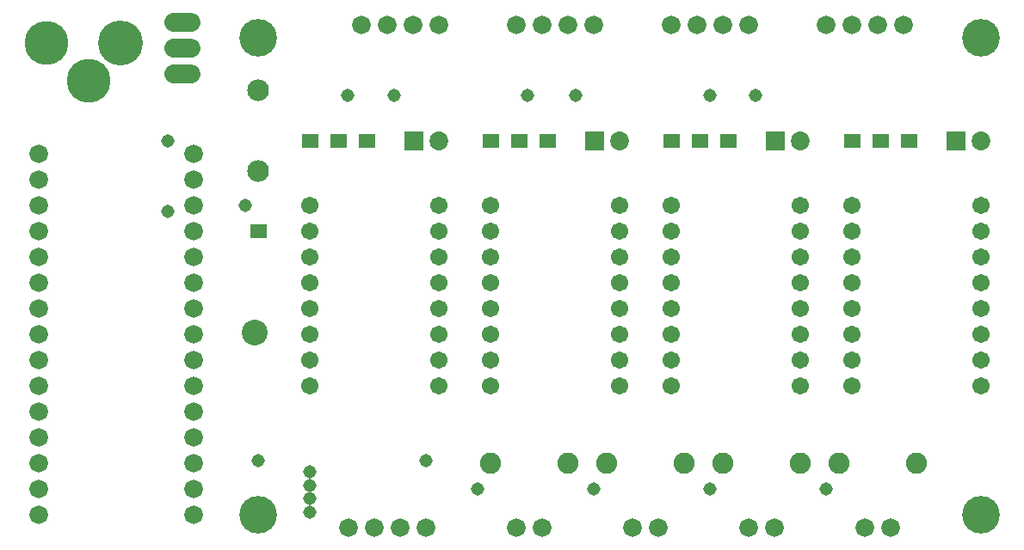
<source format=gts>
G04 EAGLE Gerber RS-274X export*
G75*
%MOMM*%
%FSLAX34Y34*%
%LPD*%
%INSoldermask Top*%
%IPPOS*%
%AMOC8*
5,1,8,0,0,1.08239X$1,22.5*%
G01*
%ADD10C,3.703200*%
%ADD11C,2.540000*%
%ADD12C,1.854200*%
%ADD13R,1.854200X1.854200*%
%ADD14C,2.133600*%
%ADD15C,1.828800*%
%ADD16C,4.419200*%
%ADD17C,4.318000*%
%ADD18C,1.828800*%
%ADD19R,0.838200X1.473200*%
%ADD20C,2.082800*%
%ADD21C,1.712800*%
%ADD22C,1.311200*%


D10*
X241300Y952500D03*
X241300Y482600D03*
X952500Y482600D03*
X952500Y952500D03*
D11*
X237490Y661670D03*
D12*
X418900Y850900D03*
D13*
X393900Y850900D03*
D12*
X596700Y850900D03*
D13*
X571700Y850900D03*
D12*
X774500Y850900D03*
D13*
X749500Y850900D03*
D12*
X952300Y850900D03*
D13*
X927300Y850900D03*
D14*
X241300Y821060D03*
X241300Y901060D03*
D15*
X174498Y916940D02*
X158242Y916940D01*
X158242Y942340D02*
X174498Y942340D01*
X174498Y967740D02*
X158242Y967740D01*
D16*
X105758Y947420D03*
D17*
X32550Y947166D03*
X73980Y909804D03*
D18*
X25400Y660400D03*
X25400Y685800D03*
X25400Y711200D03*
X25400Y736600D03*
X25400Y762000D03*
X25400Y787400D03*
X25400Y635000D03*
X25400Y609600D03*
X25400Y584200D03*
X25400Y558800D03*
X25400Y533400D03*
X25400Y508000D03*
X25400Y482600D03*
X25400Y812800D03*
X25400Y838200D03*
X177800Y660400D03*
X177800Y635000D03*
X177800Y609600D03*
X177800Y584200D03*
X177800Y558800D03*
X177800Y533400D03*
X177800Y685800D03*
X177800Y711200D03*
X177800Y736600D03*
X177800Y762000D03*
X177800Y787400D03*
X177800Y812800D03*
X177800Y838200D03*
X177800Y508000D03*
X177800Y482600D03*
D19*
X296164Y850900D03*
X288036Y850900D03*
X829564Y850900D03*
X821436Y850900D03*
X857504Y850900D03*
X849376Y850900D03*
X885444Y850900D03*
X877316Y850900D03*
X237236Y762000D03*
X245364Y762000D03*
X324104Y850900D03*
X315976Y850900D03*
X352044Y850900D03*
X343916Y850900D03*
X473964Y850900D03*
X465836Y850900D03*
X501904Y850900D03*
X493776Y850900D03*
X529844Y850900D03*
X521716Y850900D03*
X651764Y850900D03*
X643636Y850900D03*
X679704Y850900D03*
X671576Y850900D03*
X707644Y850900D03*
X699516Y850900D03*
D20*
X469900Y533400D03*
X546100Y533400D03*
X584200Y533400D03*
X660400Y533400D03*
X698500Y533400D03*
X774700Y533400D03*
X812800Y533400D03*
X889000Y533400D03*
D21*
X292100Y787400D03*
X292100Y762000D03*
X292100Y736600D03*
X292100Y711200D03*
X292100Y685800D03*
X292100Y660400D03*
X292100Y635000D03*
X292100Y609600D03*
X419100Y609600D03*
X419100Y635000D03*
X419100Y660400D03*
X419100Y685800D03*
X419100Y711200D03*
X419100Y736600D03*
X419100Y762000D03*
X419100Y787400D03*
X469900Y787400D03*
X469900Y762000D03*
X469900Y736600D03*
X469900Y711200D03*
X469900Y685800D03*
X469900Y660400D03*
X469900Y635000D03*
X469900Y609600D03*
X596900Y609600D03*
X596900Y635000D03*
X596900Y660400D03*
X596900Y685800D03*
X596900Y711200D03*
X596900Y736600D03*
X596900Y762000D03*
X596900Y787400D03*
X647700Y787400D03*
X647700Y762000D03*
X647700Y736600D03*
X647700Y711200D03*
X647700Y685800D03*
X647700Y660400D03*
X647700Y635000D03*
X647700Y609600D03*
X774700Y609600D03*
X774700Y635000D03*
X774700Y660400D03*
X774700Y685800D03*
X774700Y711200D03*
X774700Y736600D03*
X774700Y762000D03*
X774700Y787400D03*
X825500Y787400D03*
X825500Y762000D03*
X825500Y736600D03*
X825500Y711200D03*
X825500Y685800D03*
X825500Y660400D03*
X825500Y635000D03*
X825500Y609600D03*
X952500Y609600D03*
X952500Y635000D03*
X952500Y660400D03*
X952500Y685800D03*
X952500Y711200D03*
X952500Y736600D03*
X952500Y762000D03*
X952500Y787400D03*
D18*
X368300Y965200D03*
X393700Y965200D03*
X419100Y965200D03*
X342900Y965200D03*
X520700Y965200D03*
X546100Y965200D03*
X571500Y965200D03*
X495300Y965200D03*
X673100Y965200D03*
X698500Y965200D03*
X723900Y965200D03*
X647700Y965200D03*
X825500Y965200D03*
X850900Y965200D03*
X876300Y965200D03*
X800100Y965200D03*
X520700Y469900D03*
X495300Y469900D03*
X635000Y469900D03*
X609600Y469900D03*
X749300Y469900D03*
X723900Y469900D03*
X863600Y469900D03*
X838200Y469900D03*
X381000Y469900D03*
X355600Y469900D03*
X330200Y469900D03*
X406400Y469900D03*
D22*
X328930Y895350D03*
X374650Y895350D03*
X506016Y895350D03*
X553720Y895350D03*
X685800Y895350D03*
X730250Y895350D03*
X152400Y850900D03*
X152400Y781050D03*
X241300Y535940D03*
X406400Y535940D03*
X800100Y508000D03*
X685800Y508000D03*
X571500Y508000D03*
X457200Y508000D03*
X228600Y787400D03*
X292100Y498252D03*
X292100Y511364D03*
X292100Y524476D03*
X292100Y485140D03*
M02*

</source>
